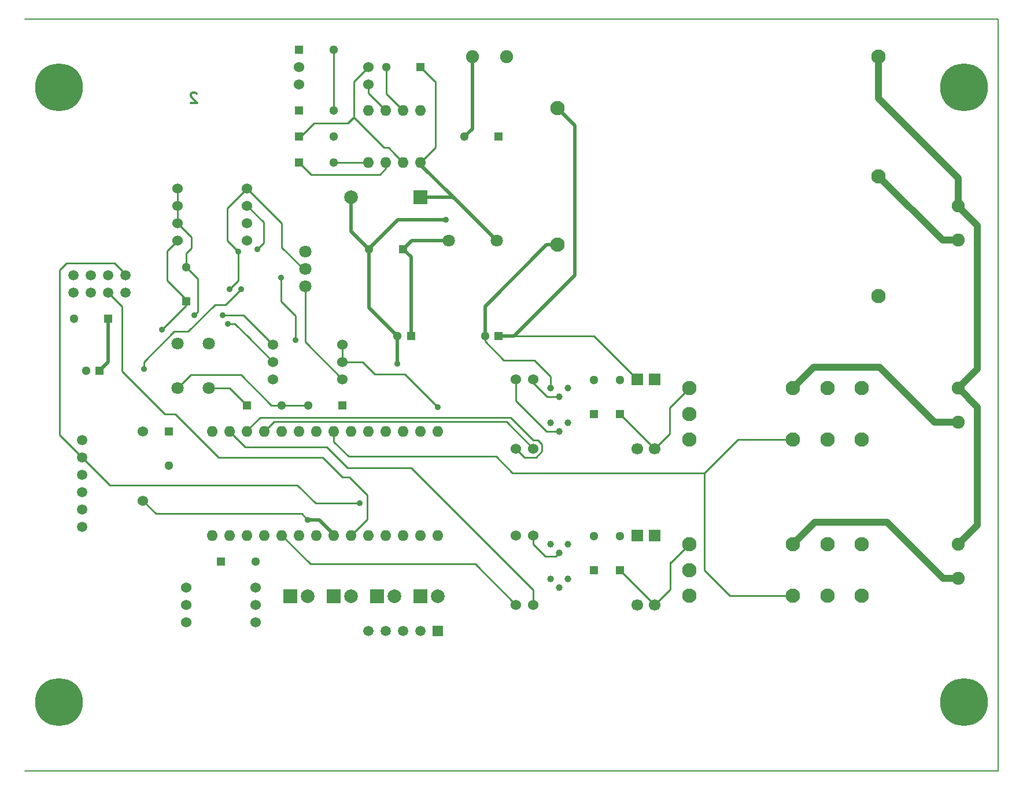
<source format=gbr>
G04 #@! TF.FileFunction,Copper,L2,Bot,Signal*
%FSLAX46Y46*%
G04 Gerber Fmt 4.6, Leading zero omitted, Abs format (unit mm)*
G04 Created by KiCad (PCBNEW 4.0.2+dfsg1-stable) date Wed 05 Apr 2017 10:48:54 PM CEST*
%MOMM*%
G01*
G04 APERTURE LIST*
%ADD10C,0.100000*%
%ADD11C,0.300000*%
%ADD12C,0.150000*%
%ADD13R,1.300000X1.300000*%
%ADD14C,1.300000*%
%ADD15C,1.998980*%
%ADD16R,1.998980X1.998980*%
%ADD17R,2.000000X2.000000*%
%ADD18C,2.000000*%
%ADD19C,1.699260*%
%ADD20R,1.699260X1.699260*%
%ADD21C,1.800000*%
%ADD22C,1.000760*%
%ADD23C,1.524000*%
%ADD24R,1.500000X1.500000*%
%ADD25C,1.500000*%
%ADD26C,2.100000*%
%ADD27O,1.600000X1.600000*%
%ADD28C,1.900000*%
%ADD29C,7.000000*%
%ADD30C,0.914400*%
%ADD31C,0.508000*%
%ADD32C,0.250000*%
%ADD33C,0.254000*%
%ADD34C,0.990600*%
G04 APERTURE END LIST*
D10*
D11*
X75128571Y-50871429D02*
X75057142Y-50800000D01*
X74914285Y-50728571D01*
X74557142Y-50728571D01*
X74414285Y-50800000D01*
X74342856Y-50871429D01*
X74271428Y-51014286D01*
X74271428Y-51157143D01*
X74342856Y-51371429D01*
X75199999Y-52228571D01*
X74271428Y-52228571D01*
D12*
X57000000Y-50000000D02*
G75*
G03X57000000Y-50000000I-2000000J0D01*
G01*
X189500000Y-50000000D02*
G75*
G03X189500000Y-50000000I-2000000J0D01*
G01*
X189500000Y-140000000D02*
G75*
G03X189500000Y-140000000I-2000000J0D01*
G01*
X57000000Y-140000000D02*
G75*
G03X57000000Y-140000000I-2000000J0D01*
G01*
X50000000Y-150000000D02*
X192500000Y-150000000D01*
X192500000Y-40000000D02*
X50000000Y-40000000D01*
X192500000Y-48000000D02*
X192500000Y-150000000D01*
X192500000Y-40000000D02*
X192500000Y-48000000D01*
D13*
X119380000Y-57150000D03*
D14*
X114380000Y-57150000D03*
D13*
X90170000Y-53340000D03*
D14*
X95170000Y-53340000D03*
D13*
X62230000Y-83820000D03*
D14*
X57230000Y-83820000D03*
D13*
X90170000Y-57150000D03*
D14*
X95170000Y-57150000D03*
D13*
X60960000Y-91440000D03*
D14*
X58960000Y-91440000D03*
D13*
X90170000Y-60960000D03*
D14*
X95170000Y-60960000D03*
D13*
X90170000Y-44450000D03*
D14*
X95170000Y-44450000D03*
D13*
X107950000Y-46990000D03*
D14*
X102950000Y-46990000D03*
D13*
X105410000Y-73660000D03*
D14*
X100410000Y-73660000D03*
D13*
X96520000Y-96520000D03*
D14*
X91520000Y-96520000D03*
D13*
X73660000Y-81280000D03*
D14*
X73660000Y-76280000D03*
D13*
X82550000Y-96520000D03*
D14*
X87550000Y-96520000D03*
D13*
X106553000Y-86360000D03*
D14*
X104553000Y-86360000D03*
D13*
X119380000Y-86360000D03*
D14*
X117380000Y-86360000D03*
D13*
X137160000Y-97790000D03*
D14*
X137160000Y-92790000D03*
D13*
X78740000Y-119380000D03*
D14*
X83740000Y-119380000D03*
D13*
X71120000Y-100330000D03*
D14*
X71120000Y-105330000D03*
D13*
X133350000Y-97790000D03*
D14*
X133350000Y-92790000D03*
D13*
X137160000Y-120650000D03*
D14*
X137160000Y-115650000D03*
D13*
X133350000Y-120650000D03*
D14*
X133350000Y-115650000D03*
D15*
X97790000Y-66042540D03*
D16*
X107950000Y-66042540D03*
D17*
X107950000Y-124460000D03*
D18*
X110490000Y-124460000D03*
D17*
X101600000Y-124460000D03*
D18*
X104140000Y-124460000D03*
D17*
X95250000Y-124460000D03*
D18*
X97790000Y-124460000D03*
D17*
X88900000Y-124460000D03*
D18*
X91440000Y-124460000D03*
D19*
X139702540Y-102870520D03*
D20*
X139702540Y-92710520D03*
D19*
X142242540Y-125730520D03*
D20*
X142242540Y-115570520D03*
D19*
X139702540Y-125730520D03*
D20*
X139702540Y-115570520D03*
D21*
X119070000Y-72390000D03*
X112070000Y-72390000D03*
D22*
X128270000Y-95250000D03*
X127000000Y-93980000D03*
X129540000Y-93980000D03*
X128270000Y-100330000D03*
X127000000Y-99060000D03*
X129540000Y-99060000D03*
X128270000Y-118110000D03*
X127000000Y-116840000D03*
X129540000Y-116840000D03*
X128270000Y-123190000D03*
X127000000Y-121920000D03*
X129540000Y-121920000D03*
D23*
X90170000Y-46990000D03*
X100330000Y-46990000D03*
X100330000Y-49530000D03*
X90170000Y-49530000D03*
X82550000Y-64770000D03*
X72390000Y-64770000D03*
X72390000Y-72390000D03*
X82550000Y-72390000D03*
X82550000Y-67310000D03*
X72390000Y-67310000D03*
X86360000Y-87630000D03*
X96520000Y-87630000D03*
X96520000Y-90170000D03*
X86360000Y-90170000D03*
X82550000Y-69850000D03*
X72390000Y-69850000D03*
X96520000Y-92710000D03*
X86360000Y-92710000D03*
X124460000Y-92710000D03*
X124460000Y-102870000D03*
D24*
X110490000Y-129540000D03*
D25*
X107950000Y-129540000D03*
X105410000Y-129540000D03*
X102870000Y-129540000D03*
X100330000Y-129540000D03*
D26*
X147320000Y-93980000D03*
X147320000Y-97760000D03*
X147320000Y-101540000D03*
X162440000Y-101540000D03*
X167480000Y-101540000D03*
X172520000Y-101540000D03*
X172520000Y-93980000D03*
X167480000Y-93980000D03*
X162440000Y-93980000D03*
D23*
X121920000Y-92710000D03*
X121920000Y-102870000D03*
X73660000Y-123190000D03*
X83820000Y-123190000D03*
X73660000Y-128270000D03*
X83820000Y-128270000D03*
X67310000Y-100330000D03*
X67310000Y-110490000D03*
X124460000Y-115570000D03*
X124460000Y-125730000D03*
D26*
X147320000Y-116840000D03*
X147320000Y-120620000D03*
X147320000Y-124400000D03*
X162440000Y-124400000D03*
X167480000Y-124400000D03*
X172520000Y-124400000D03*
X172520000Y-116840000D03*
X167480000Y-116840000D03*
X162440000Y-116840000D03*
D23*
X121920000Y-115570000D03*
X121920000Y-125730000D03*
X73660000Y-125730000D03*
X83820000Y-125730000D03*
D21*
X91059000Y-76581000D03*
X91059000Y-79121000D03*
X91059000Y-74041000D03*
X72390000Y-93980000D03*
X76890000Y-93980000D03*
X72390000Y-87480000D03*
X76890000Y-87480000D03*
D25*
X58420000Y-101600000D03*
X58420000Y-104140000D03*
X58420000Y-106680000D03*
X58420000Y-109220000D03*
X58420000Y-111760000D03*
X58420000Y-114300000D03*
X57150000Y-77470000D03*
X64770000Y-80010000D03*
X57150000Y-80010000D03*
X64770000Y-77470000D03*
X59690000Y-77470000D03*
X62230000Y-80010000D03*
X59690000Y-80010000D03*
X62230000Y-77470000D03*
D27*
X100330000Y-60960000D03*
X102870000Y-60960000D03*
X105410000Y-60960000D03*
X107950000Y-60960000D03*
X107950000Y-53340000D03*
X105410000Y-53340000D03*
X102870000Y-53340000D03*
X100330000Y-53340000D03*
X77470000Y-115570000D03*
X80010000Y-115570000D03*
X82550000Y-115570000D03*
X85090000Y-115570000D03*
X87630000Y-115570000D03*
X90170000Y-115570000D03*
X92710000Y-115570000D03*
X95250000Y-115570000D03*
X97790000Y-115570000D03*
X100330000Y-115570000D03*
X102870000Y-115570000D03*
X105410000Y-115570000D03*
X107950000Y-115570000D03*
X110490000Y-115570000D03*
X110490000Y-100330000D03*
X107950000Y-100330000D03*
X105410000Y-100330000D03*
X102870000Y-100330000D03*
X100330000Y-100330000D03*
X97790000Y-100330000D03*
X95250000Y-100330000D03*
X92710000Y-100330000D03*
X90170000Y-100330000D03*
X87630000Y-100330000D03*
X85090000Y-100330000D03*
X82550000Y-100330000D03*
X80010000Y-100330000D03*
X77470000Y-100330000D03*
D26*
X175000000Y-45500000D03*
X175000000Y-63000000D03*
X128000000Y-53000000D03*
X128000000Y-73000000D03*
X175000000Y-80500000D03*
D28*
X186690000Y-67350000D03*
X186690000Y-72350000D03*
X186690000Y-94020000D03*
X186690000Y-99020000D03*
X186690000Y-116880000D03*
X186690000Y-121880000D03*
X120500000Y-45500000D03*
X115500000Y-45500000D03*
D19*
X142242540Y-102870520D03*
D20*
X142242540Y-92710520D03*
D29*
X55000000Y-140000000D03*
X187500000Y-140000000D03*
X187500000Y-50000000D03*
X55000000Y-50000000D03*
D30*
X80010000Y-79502000D03*
X81280000Y-74041000D03*
X84074000Y-73660000D03*
X78994000Y-83312000D03*
X110490000Y-96774000D03*
X79756000Y-84582000D03*
X99060000Y-110871000D03*
X67437000Y-91186000D03*
X81661000Y-79502000D03*
X89662000Y-86995000D03*
X87503000Y-77851000D03*
X74803000Y-83312000D03*
X91440000Y-113284000D03*
X104521000Y-90424000D03*
X111633000Y-69342000D03*
X70104000Y-85471000D03*
D31*
X119380000Y-86360000D02*
X121666000Y-86360000D01*
X130556000Y-55556000D02*
X128000000Y-53000000D01*
X130556000Y-77470000D02*
X130556000Y-55556000D01*
X121666000Y-86360000D02*
X130556000Y-77470000D01*
D32*
X119380000Y-86360000D02*
X133352020Y-86360000D01*
X133352020Y-86360000D02*
X139702540Y-92710520D01*
D33*
X105410000Y-60960000D02*
X103251000Y-58801000D01*
X103251000Y-58801000D02*
X102616000Y-58801000D01*
X102616000Y-58801000D02*
X98171000Y-54356000D01*
X98171000Y-54356000D02*
X97409000Y-55118000D01*
X97409000Y-55118000D02*
X97282000Y-55245000D01*
X97282000Y-55245000D02*
X92329000Y-55245000D01*
X105410000Y-60960000D02*
X104140000Y-59690000D01*
X90170000Y-57150000D02*
X90424000Y-57150000D01*
X90424000Y-57150000D02*
X91313000Y-56261000D01*
X90424000Y-57150000D02*
X91313000Y-56261000D01*
X91313000Y-56261000D02*
X92329000Y-55245000D01*
X92329000Y-55245000D02*
X97282000Y-55245000D01*
X97282000Y-55245000D02*
X98044000Y-54483000D01*
X100330000Y-46990000D02*
X98171000Y-49149000D01*
X103251000Y-58801000D02*
X104140000Y-59690000D01*
X102616000Y-58801000D02*
X103251000Y-58801000D01*
X98171000Y-54356000D02*
X102616000Y-58801000D01*
X98171000Y-49149000D02*
X98171000Y-54356000D01*
X104140000Y-59690000D02*
X105410000Y-60960000D01*
X102870000Y-60960000D02*
X102870000Y-61849000D01*
X91948000Y-62738000D02*
X90170000Y-60960000D01*
X101981000Y-62738000D02*
X91948000Y-62738000D01*
X102870000Y-61849000D02*
X101981000Y-62738000D01*
X107950000Y-46990000D02*
X109982000Y-49022000D01*
X110109000Y-49149000D02*
X110109000Y-49911000D01*
X109982000Y-49022000D02*
X110109000Y-49149000D01*
D32*
X110109000Y-58801000D02*
X107950000Y-60960000D01*
X110109000Y-49911000D02*
X110109000Y-58801000D01*
D31*
X107950000Y-66042540D02*
X112722540Y-66042540D01*
X112649000Y-66167000D02*
X112649000Y-65969000D01*
X112649000Y-66116080D02*
X112649000Y-66167000D01*
X112722540Y-66042540D02*
X112649000Y-66116080D01*
X107950000Y-60960000D02*
X107950000Y-61270000D01*
X107950000Y-61270000D02*
X112649000Y-65969000D01*
X112649000Y-65969000D02*
X119070000Y-72390000D01*
D33*
X102950000Y-49530000D02*
X102950000Y-46990000D01*
D32*
X102950000Y-49530000D02*
X102950000Y-49530000D01*
X102950000Y-49530000D02*
X102950000Y-50880000D01*
X102950000Y-50880000D02*
X105410000Y-53340000D01*
D33*
X76890000Y-93980000D02*
X80010000Y-93980000D01*
X80010000Y-93980000D02*
X82550000Y-96520000D01*
X142242540Y-102870520D02*
X142240520Y-102870520D01*
X142240520Y-102870520D02*
X137160000Y-97790000D01*
X147320000Y-93980000D02*
X144399000Y-96901000D01*
D32*
X144399000Y-100714060D02*
X142242540Y-102870520D01*
X144399000Y-96901000D02*
X144399000Y-100714060D01*
D33*
X147320000Y-116840000D02*
X144526000Y-119634000D01*
X144526000Y-119634000D02*
X144526000Y-119507000D01*
X144526000Y-120777000D02*
X144526000Y-123447060D01*
D32*
X144526000Y-120777000D02*
X144526000Y-119507000D01*
D33*
X144526000Y-123447060D02*
X142242540Y-125730520D01*
X137160000Y-120650000D02*
X137162020Y-120650000D01*
X137162020Y-120650000D02*
X142242540Y-125730520D01*
X128270000Y-95250000D02*
X126492000Y-95250000D01*
X126492000Y-95250000D02*
X124460000Y-93218000D01*
X124460000Y-93218000D02*
X124460000Y-92710000D01*
X128270000Y-100330000D02*
X126365000Y-100330000D01*
X126365000Y-100330000D02*
X121920000Y-95885000D01*
D32*
X121920000Y-92710000D02*
X121920000Y-95885000D01*
X128270000Y-118110000D02*
X127762000Y-118618000D01*
X124460000Y-116840000D02*
X124460000Y-115570000D01*
X126238000Y-118618000D02*
X124460000Y-116840000D01*
X126619000Y-118618000D02*
X126238000Y-118618000D01*
X127762000Y-118618000D02*
X126619000Y-118618000D01*
D33*
X100330000Y-49530000D02*
X100330000Y-50800000D01*
X100330000Y-50800000D02*
X102870000Y-53340000D01*
X91059000Y-76581000D02*
X90805000Y-76581000D01*
X90805000Y-76581000D02*
X87630000Y-73406000D01*
X81280000Y-74041000D02*
X81280000Y-78232000D01*
X81280000Y-78232000D02*
X80010000Y-79502000D01*
X87630000Y-69850000D02*
X82550000Y-64770000D01*
X87630000Y-73406000D02*
X87630000Y-69850000D01*
X79629000Y-67691000D02*
X82550000Y-64770000D01*
X79629000Y-72390000D02*
X79629000Y-67691000D01*
X81280000Y-74041000D02*
X79629000Y-72390000D01*
X84963000Y-69723000D02*
X82550000Y-67310000D01*
X84963000Y-72771000D02*
X84963000Y-69723000D01*
X84074000Y-73660000D02*
X84963000Y-72771000D01*
X86360000Y-87630000D02*
X82042000Y-83312000D01*
X78994000Y-83312000D02*
X81153000Y-83312000D01*
X81153000Y-83312000D02*
X82042000Y-83312000D01*
X86360000Y-86995000D02*
X86360000Y-87630000D01*
X96520000Y-90170000D02*
X96520000Y-87630000D01*
X99441000Y-90170000D02*
X96520000Y-90170000D01*
X101219000Y-91948000D02*
X99441000Y-90170000D01*
X105664000Y-91948000D02*
X101219000Y-91948000D01*
X110490000Y-96774000D02*
X105664000Y-91948000D01*
X86360000Y-90170000D02*
X82677000Y-86487000D01*
X80772000Y-84582000D02*
X79756000Y-84582000D01*
X81026000Y-84836000D02*
X80772000Y-84582000D01*
X82677000Y-86487000D02*
X81026000Y-84836000D01*
X85090000Y-100330000D02*
X86487000Y-98933000D01*
X120523000Y-98933000D02*
X124460000Y-102870000D01*
X86487000Y-98933000D02*
X120523000Y-98933000D01*
D34*
X186690000Y-72350000D02*
X184350000Y-72350000D01*
X184350000Y-72350000D02*
X175000000Y-63000000D01*
X186690000Y-99020000D02*
X183221000Y-99020000D01*
X165488000Y-90932000D02*
X162440000Y-93980000D01*
X175133000Y-90932000D02*
X165488000Y-90932000D01*
X183221000Y-99020000D02*
X175133000Y-90932000D01*
D33*
X125095000Y-101600000D02*
X125730000Y-102235000D01*
X82550000Y-100330000D02*
X82550000Y-100203000D01*
X82550000Y-100203000D02*
X84455000Y-98298000D01*
X84455000Y-98298000D02*
X121158000Y-98298000D01*
X121158000Y-98298000D02*
X124460000Y-101600000D01*
X124460000Y-101600000D02*
X125095000Y-101600000D01*
X125730000Y-102235000D02*
X125730000Y-103251000D01*
X125730000Y-103251000D02*
X124841000Y-104140000D01*
X124841000Y-104140000D02*
X123190000Y-104140000D01*
X123190000Y-104140000D02*
X121920000Y-102870000D01*
X110871000Y-109982000D02*
X106553000Y-105664000D01*
X94234000Y-102616000D02*
X82296000Y-102616000D01*
X97282000Y-105664000D02*
X94234000Y-102616000D01*
X106553000Y-105664000D02*
X97282000Y-105664000D01*
X124460000Y-125730000D02*
X124460000Y-123571000D01*
X82296000Y-102616000D02*
X80010000Y-100330000D01*
X124460000Y-123571000D02*
X110871000Y-109982000D01*
X87630000Y-115570000D02*
X91821000Y-119761000D01*
D32*
X115951000Y-119761000D02*
X121920000Y-125730000D01*
X91821000Y-119761000D02*
X115951000Y-119761000D01*
D33*
X64770000Y-77470000D02*
X64770000Y-77343000D01*
X64770000Y-77343000D02*
X63119000Y-75692000D01*
X63119000Y-75692000D02*
X56134000Y-75692000D01*
X56134000Y-75692000D02*
X55118000Y-76708000D01*
X55118000Y-76708000D02*
X55118000Y-100838000D01*
X55118000Y-100838000D02*
X58420000Y-104140000D01*
X62484000Y-108204000D02*
X58420000Y-104140000D01*
X89916000Y-108204000D02*
X62484000Y-108204000D01*
X92583000Y-110871000D02*
X89916000Y-108204000D01*
X99060000Y-110871000D02*
X92583000Y-110871000D01*
X67437000Y-90170000D02*
X67437000Y-91186000D01*
X71882000Y-85725000D02*
X67437000Y-90170000D01*
X73914000Y-85725000D02*
X71882000Y-85725000D01*
X77851000Y-81788000D02*
X73914000Y-85725000D01*
X79375000Y-81788000D02*
X77851000Y-81788000D01*
X81661000Y-79502000D02*
X79375000Y-81788000D01*
X68453000Y-95758000D02*
X70485000Y-97790000D01*
X78359000Y-104140000D02*
X80518000Y-104140000D01*
X72009000Y-97790000D02*
X78359000Y-104140000D01*
X70485000Y-97790000D02*
X72009000Y-97790000D01*
X97790000Y-115570000D02*
X100139500Y-113220500D01*
X100139500Y-113220500D02*
X100139500Y-109664500D01*
X100139500Y-109664500D02*
X97536000Y-107061000D01*
X97536000Y-107061000D02*
X96520000Y-107061000D01*
X100139500Y-109664500D02*
X100139500Y-113220500D01*
X97409000Y-107061000D02*
X97536000Y-107061000D01*
X97536000Y-107061000D02*
X100139500Y-109664500D01*
X80518000Y-104140000D02*
X93599000Y-104140000D01*
X93599000Y-104140000D02*
X96520000Y-107061000D01*
X96520000Y-107061000D02*
X97409000Y-107061000D01*
X64262000Y-82042000D02*
X62230000Y-80010000D01*
X64262000Y-91567000D02*
X64262000Y-82042000D01*
X68453000Y-95758000D02*
X64262000Y-91567000D01*
X89662000Y-86995000D02*
X89662000Y-83439000D01*
X89662000Y-83439000D02*
X87503000Y-81280000D01*
X87503000Y-81280000D02*
X87503000Y-77851000D01*
X73660000Y-76280000D02*
X73660000Y-76327000D01*
X73660000Y-76327000D02*
X75311000Y-77978000D01*
X75311000Y-82804000D02*
X74803000Y-83312000D01*
X75311000Y-77978000D02*
X75311000Y-82804000D01*
X117380000Y-87122000D02*
X117380000Y-87154000D01*
X117380000Y-87154000D02*
X120142000Y-89916000D01*
X127000000Y-92456000D02*
X127000000Y-92329000D01*
X127000000Y-92329000D02*
X124587000Y-89916000D01*
X72390000Y-67310000D02*
X72390000Y-64770000D01*
X72390000Y-69850000D02*
X72390000Y-67310000D01*
X73660000Y-76280000D02*
X73660000Y-74295000D01*
X74422000Y-71882000D02*
X72390000Y-69850000D01*
X74422000Y-73533000D02*
X74422000Y-71882000D01*
X73660000Y-74295000D02*
X74422000Y-73533000D01*
X87550000Y-96520000D02*
X86106000Y-96520000D01*
X74295000Y-92075000D02*
X72390000Y-93980000D01*
X81661000Y-92075000D02*
X74295000Y-92075000D01*
X86106000Y-96520000D02*
X81661000Y-92075000D01*
X91520000Y-96520000D02*
X87550000Y-96520000D01*
X91440000Y-113284000D02*
X90551000Y-112395000D01*
X69215000Y-112395000D02*
X67310000Y-110490000D01*
X90551000Y-112395000D02*
X69215000Y-112395000D01*
D31*
X91440000Y-113284000D02*
X93091000Y-113284000D01*
X93091000Y-113284000D02*
X95250000Y-115443000D01*
X95250000Y-115443000D02*
X95250000Y-115570000D01*
X104553000Y-90392000D02*
X104553000Y-86360000D01*
X104521000Y-90424000D02*
X104553000Y-90392000D01*
D33*
X95250000Y-115570000D02*
X95250000Y-115443000D01*
D31*
X128000000Y-73000000D02*
X126390000Y-73000000D01*
X117380000Y-82010000D02*
X117380000Y-86360000D01*
X126390000Y-73000000D02*
X117380000Y-82010000D01*
X100410000Y-73660000D02*
X100410000Y-82217000D01*
X100410000Y-82217000D02*
X104553000Y-86360000D01*
D32*
X117380000Y-86360000D02*
X117380000Y-87122000D01*
X120142000Y-89916000D02*
X124587000Y-89916000D01*
X127000000Y-92456000D02*
X127000000Y-93980000D01*
X95170000Y-44450000D02*
X95170000Y-53340000D01*
X100330000Y-60960000D02*
X95170000Y-60960000D01*
D31*
X100410000Y-73660000D02*
X100410000Y-73580000D01*
X100410000Y-73580000D02*
X104648000Y-69342000D01*
X104648000Y-69342000D02*
X111633000Y-69342000D01*
X97790000Y-66042540D02*
X97790000Y-71040000D01*
X97790000Y-71040000D02*
X100410000Y-73660000D01*
X115500000Y-45500000D02*
X115500000Y-56030000D01*
X115500000Y-56030000D02*
X114380000Y-57150000D01*
D33*
X73660000Y-81280000D02*
X73660000Y-81915000D01*
X73660000Y-81915000D02*
X70104000Y-85471000D01*
X91059000Y-79121000D02*
X91059000Y-87249000D01*
X91059000Y-87249000D02*
X96520000Y-92710000D01*
X90805000Y-79121000D02*
X91059000Y-79121000D01*
X73660000Y-81280000D02*
X73660000Y-81026000D01*
X73660000Y-81026000D02*
X70866000Y-78232000D01*
X70866000Y-78232000D02*
X70866000Y-73914000D01*
X70866000Y-73914000D02*
X72390000Y-72390000D01*
X95250000Y-100330000D02*
X95250000Y-101854000D01*
X121412000Y-106426000D02*
X149479000Y-106426000D01*
X118999000Y-104013000D02*
X121412000Y-106426000D01*
X97409000Y-104013000D02*
X118999000Y-104013000D01*
X95250000Y-101854000D02*
X97409000Y-104013000D01*
D31*
X62230000Y-83820000D02*
X62230000Y-90170000D01*
X62230000Y-90170000D02*
X60960000Y-91440000D01*
X106553000Y-86360000D02*
X106553000Y-74803000D01*
X106553000Y-74803000D02*
X105410000Y-73660000D01*
D32*
X162440000Y-101540000D02*
X154365000Y-101540000D01*
X154365000Y-101540000D02*
X149479000Y-106426000D01*
X153229000Y-124400000D02*
X162440000Y-124400000D01*
X149479000Y-120650000D02*
X153229000Y-124400000D01*
X149479000Y-106426000D02*
X149479000Y-120650000D01*
D31*
X112070000Y-72390000D02*
X106680000Y-72390000D01*
X106680000Y-72390000D02*
X105410000Y-73660000D01*
D34*
X186690000Y-121880000D02*
X184491000Y-121880000D01*
X165615000Y-113665000D02*
X162440000Y-116840000D01*
X176276000Y-113665000D02*
X165615000Y-113665000D01*
X184491000Y-121880000D02*
X176276000Y-113665000D01*
X186690000Y-94020000D02*
X186730000Y-94020000D01*
X186730000Y-94020000D02*
X189484000Y-96774000D01*
X189484000Y-114086000D02*
X186690000Y-116880000D01*
X189484000Y-96774000D02*
X189484000Y-114086000D01*
X186690000Y-67350000D02*
X186690000Y-67437000D01*
X186690000Y-67437000D02*
X189484000Y-70231000D01*
X189484000Y-91226000D02*
X186690000Y-94020000D01*
X189484000Y-70231000D02*
X189484000Y-91226000D01*
X175000000Y-45500000D02*
X175000000Y-51556000D01*
X186690000Y-63246000D02*
X186690000Y-67350000D01*
X175000000Y-51556000D02*
X186690000Y-63246000D01*
M02*

</source>
